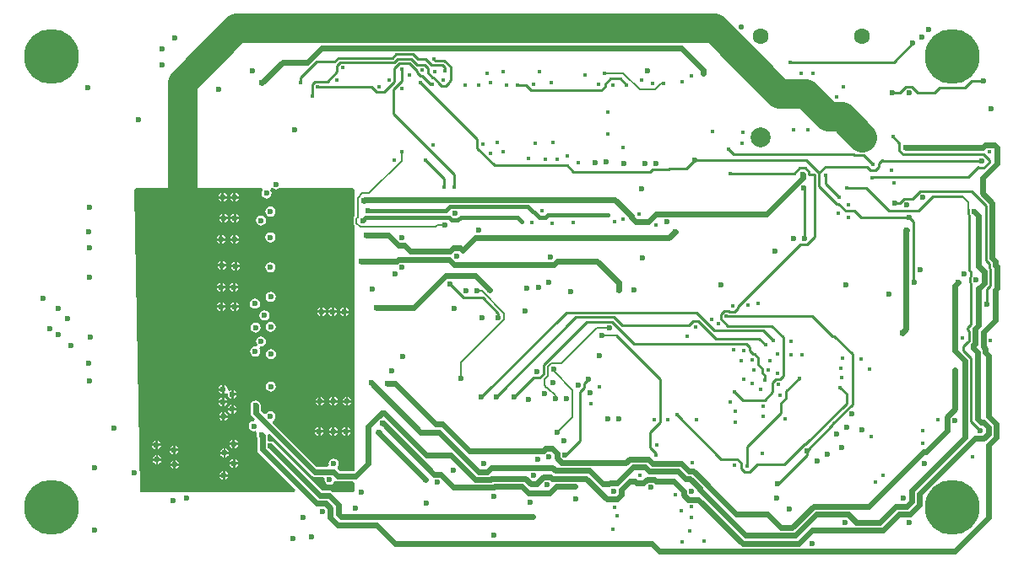
<source format=gbr>
G04 Layer_Physical_Order=2*
G04 Layer_Color=36540*
%FSLAX44Y44*%
%MOMM*%
%TF.FileFunction,Copper,L2,Inr,Signal*%
%TF.Part,Single*%
G01*
G75*
%TA.AperFunction,Conductor*%
%ADD32C,0.2500*%
%ADD33C,0.4000*%
%ADD34C,0.2000*%
%ADD35C,0.6000*%
%TA.AperFunction,ComponentPad*%
%ADD36C,2.0000*%
%ADD37C,1.6000*%
%TA.AperFunction,ViaPad*%
%ADD38C,5.5000*%
%ADD39C,0.4500*%
%ADD40C,0.6000*%
%ADD41C,0.5400*%
%TA.AperFunction,Conductor*%
%ADD42C,3.0000*%
G36*
X559832Y332895D02*
X561485Y331790D01*
X563436Y331402D01*
X572221D01*
X573606Y329402D01*
X573430Y328516D01*
X573818Y326565D01*
X574923Y324911D01*
X576577Y323806D01*
X578528Y323418D01*
X580479Y323806D01*
X582133Y324911D01*
X582848Y325981D01*
X583494Y326488D01*
X584799Y327104D01*
X585600Y326944D01*
X586388Y326729D01*
X589904Y326479D01*
X590086Y326502D01*
X590266Y326466D01*
X599298D01*
X599413Y326489D01*
X599529Y326471D01*
X601804Y326574D01*
X603250Y325192D01*
Y316664D01*
X602250Y316250D01*
X581515D01*
X580078Y317210D01*
X578127Y317598D01*
X570862D01*
X522855Y365605D01*
X521201Y366710D01*
X519250Y367098D01*
X518348Y366918D01*
X516348Y368297D01*
Y372686D01*
X516133Y373765D01*
X517977Y374750D01*
X559832Y332895D01*
D02*
G37*
G36*
X603250Y620000D02*
Y592894D01*
X602924Y592406D01*
X602691Y591235D01*
X602691Y591235D01*
Y586265D01*
X602691Y586265D01*
X602924Y585094D01*
X603250Y584606D01*
Y337460D01*
X602607Y336817D01*
X599182Y336662D01*
X590447D01*
X589009Y336764D01*
X586913Y338861D01*
X586383Y340912D01*
X587488Y342566D01*
X587876Y344517D01*
X587488Y346468D01*
X586383Y348122D01*
X584729Y349227D01*
X582778Y349615D01*
X580827Y349227D01*
X579174Y348122D01*
X578069Y346468D01*
X577681Y344517D01*
X577860Y343614D01*
X576482Y341614D01*
X575215D01*
X575134Y341598D01*
X565548D01*
X521650Y385495D01*
X522090Y387884D01*
X522855Y388395D01*
X523960Y390049D01*
X524348Y392000D01*
X523960Y393951D01*
X522855Y395605D01*
X521201Y396710D01*
X519250Y397098D01*
X517299Y396710D01*
X515645Y395605D01*
X515134Y394840D01*
X512746Y394400D01*
X509348Y397798D01*
Y403000D01*
X508960Y404951D01*
X507855Y406605D01*
X506201Y407710D01*
X504250Y408098D01*
X502299Y407710D01*
X500645Y406605D01*
X499540Y404951D01*
X499152Y403000D01*
Y395686D01*
X499540Y393735D01*
X500645Y392081D01*
X503548Y389179D01*
X502563Y387336D01*
X502500Y387348D01*
X500549Y386960D01*
X498895Y385855D01*
X497790Y384201D01*
X497402Y382250D01*
X497790Y380299D01*
X498895Y378645D01*
X500549Y377540D01*
X502500Y377152D01*
X504277Y377505D01*
X504750Y377125D01*
X505620Y375916D01*
X505476Y375701D01*
X505088Y373750D01*
X505476Y371799D01*
X506152Y370788D01*
Y358686D01*
X506540Y356735D01*
X507645Y355081D01*
X544629Y318098D01*
X543864Y316250D01*
X389000D01*
X382750Y619500D01*
X384500Y621250D01*
X510772D01*
X511251Y620548D01*
X511658Y619250D01*
X510790Y617951D01*
X510402Y616000D01*
X510790Y614049D01*
X511895Y612395D01*
X513549Y611290D01*
X515500Y610902D01*
X517451Y611290D01*
X519105Y612395D01*
X520210Y614049D01*
X520598Y616000D01*
X520210Y617951D01*
X519342Y619250D01*
X519748Y620548D01*
X520228Y621250D01*
X521737D01*
X522799Y620540D01*
X524750Y620152D01*
X526701Y620540D01*
X527763Y621250D01*
X602000D01*
X603250Y620000D01*
D02*
G37*
%LPC*%
G36*
X473250Y396339D02*
Y393250D01*
X476339D01*
X476239Y393756D01*
X475244Y395244D01*
X473756Y396239D01*
X473250Y396339D01*
D02*
G37*
G36*
X479750Y398000D02*
X476660D01*
X476761Y397494D01*
X477756Y396006D01*
X479244Y395011D01*
X479750Y394911D01*
Y398000D01*
D02*
G37*
G36*
X476339Y390750D02*
X473250D01*
Y387660D01*
X473756Y387761D01*
X475244Y388756D01*
X476239Y390244D01*
X476339Y390750D01*
D02*
G37*
G36*
X470750Y396339D02*
X470244Y396239D01*
X468756Y395244D01*
X467761Y393756D01*
X467660Y393250D01*
X470750D01*
Y396339D01*
D02*
G37*
G36*
X485340Y398000D02*
X482250D01*
Y394911D01*
X482756Y395011D01*
X484244Y396006D01*
X485239Y397494D01*
X485340Y398000D01*
D02*
G37*
G36*
X470500Y405500D02*
X467411D01*
X467511Y404994D01*
X468506Y403506D01*
X469994Y402511D01*
X470500Y402411D01*
Y405500D01*
D02*
G37*
G36*
X476090D02*
X473000D01*
Y402411D01*
X473506Y402511D01*
X474994Y403506D01*
X475989Y404994D01*
X476090Y405500D01*
D02*
G37*
G36*
X479750Y403590D02*
X479244Y403489D01*
X477756Y402494D01*
X476761Y401006D01*
X476660Y400500D01*
X479750D01*
Y403590D01*
D02*
G37*
G36*
X482250D02*
Y400500D01*
X485340D01*
X485239Y401006D01*
X484244Y402494D01*
X482756Y403489D01*
X482250Y403590D01*
D02*
G37*
G36*
X581000Y381090D02*
X580494Y380989D01*
X579006Y379994D01*
X578011Y378506D01*
X577910Y378000D01*
X581000D01*
Y381090D01*
D02*
G37*
G36*
X583500D02*
Y378000D01*
X586590D01*
X586489Y378506D01*
X585494Y379994D01*
X584006Y380989D01*
X583500Y381090D01*
D02*
G37*
G36*
X594000Y375750D02*
X590910D01*
X591011Y375244D01*
X592006Y373756D01*
X593494Y372761D01*
X594000Y372660D01*
Y375750D01*
D02*
G37*
G36*
X599590D02*
X596500D01*
Y372660D01*
X597006Y372761D01*
X598494Y373756D01*
X599489Y375244D01*
X599590Y375750D01*
D02*
G37*
G36*
X567000Y381339D02*
X566494Y381239D01*
X565006Y380244D01*
X564011Y378756D01*
X563910Y378250D01*
X567000D01*
Y381339D01*
D02*
G37*
G36*
X596500D02*
Y378250D01*
X599590D01*
X599489Y378756D01*
X598494Y380244D01*
X597006Y381239D01*
X596500Y381339D01*
D02*
G37*
G36*
X470750Y390750D02*
X467660D01*
X467761Y390244D01*
X468756Y388756D01*
X470244Y387761D01*
X470750Y387660D01*
Y390750D01*
D02*
G37*
G36*
X569500Y381339D02*
Y378250D01*
X572589D01*
X572489Y378756D01*
X571494Y380244D01*
X570006Y381239D01*
X569500Y381339D01*
D02*
G37*
G36*
X594000D02*
X593494Y381239D01*
X592006Y380244D01*
X591011Y378756D01*
X590910Y378250D01*
X594000D01*
Y381339D01*
D02*
G37*
G36*
X597250Y411339D02*
Y408250D01*
X600340D01*
X600239Y408756D01*
X599244Y410244D01*
X597756Y411239D01*
X597250Y411339D01*
D02*
G37*
G36*
X581000Y411590D02*
X580494Y411489D01*
X579006Y410494D01*
X578011Y409006D01*
X577910Y408500D01*
X581000D01*
Y411590D01*
D02*
G37*
G36*
X570000Y411339D02*
Y408250D01*
X573089D01*
X572989Y408756D01*
X571994Y410244D01*
X570506Y411239D01*
X570000Y411339D01*
D02*
G37*
G36*
X594750D02*
X594244Y411239D01*
X592756Y410244D01*
X591761Y408756D01*
X591660Y408250D01*
X594750D01*
Y411339D01*
D02*
G37*
G36*
X583500Y411590D02*
Y408500D01*
X586590D01*
X586489Y409006D01*
X585494Y410494D01*
X584006Y411489D01*
X583500Y411590D01*
D02*
G37*
G36*
X470500Y417750D02*
X467411D01*
X467511Y417244D01*
X468506Y415756D01*
X469994Y414761D01*
X470500Y414660D01*
Y417750D01*
D02*
G37*
G36*
X482250Y418590D02*
Y415500D01*
X485340D01*
X485239Y416006D01*
X484244Y417494D01*
X482756Y418489D01*
X482250Y418590D01*
D02*
G37*
G36*
X473000Y423340D02*
Y419000D01*
Y414660D01*
X473506Y414761D01*
X474623Y415507D01*
X476022Y414889D01*
X476465Y414516D01*
X476412Y414250D01*
X476761Y412494D01*
X477756Y411006D01*
X479244Y410011D01*
X479750Y409911D01*
Y414250D01*
Y418590D01*
X479244Y418489D01*
X478127Y417743D01*
X476727Y418361D01*
X476285Y418734D01*
X476338Y419000D01*
X475989Y420756D01*
X474994Y422244D01*
X473506Y423239D01*
X473000Y423340D01*
D02*
G37*
G36*
X485340Y413000D02*
X482250D01*
Y409911D01*
X482756Y410011D01*
X484244Y411006D01*
X485239Y412494D01*
X485340Y413000D01*
D02*
G37*
G36*
X594750Y405750D02*
X591660D01*
X591761Y405244D01*
X592756Y403756D01*
X594244Y402761D01*
X594750Y402660D01*
Y405750D01*
D02*
G37*
G36*
X600340D02*
X597250D01*
Y402660D01*
X597756Y402761D01*
X599244Y403756D01*
X600239Y405244D01*
X600340Y405750D01*
D02*
G37*
G36*
X567500D02*
X564411D01*
X564511Y405244D01*
X565506Y403756D01*
X566994Y402761D01*
X567500Y402660D01*
Y405750D01*
D02*
G37*
G36*
X573089D02*
X570000D01*
Y402660D01*
X570506Y402761D01*
X571994Y403756D01*
X572989Y405244D01*
X573089Y405750D01*
D02*
G37*
G36*
X581000Y406000D02*
X577910D01*
X578011Y405494D01*
X579006Y404006D01*
X580494Y403011D01*
X581000Y402910D01*
Y406000D01*
D02*
G37*
G36*
X473000Y411090D02*
Y408000D01*
X476090D01*
X475989Y408506D01*
X474994Y409994D01*
X473506Y410989D01*
X473000Y411090D01*
D02*
G37*
G36*
X567500Y411339D02*
X566994Y411239D01*
X565506Y410244D01*
X564511Y408756D01*
X564411Y408250D01*
X567500D01*
Y411339D01*
D02*
G37*
G36*
X586590Y406000D02*
X583500D01*
Y402910D01*
X584006Y403011D01*
X585494Y404006D01*
X586489Y405494D01*
X586590Y406000D01*
D02*
G37*
G36*
X470500Y411090D02*
X469994Y410989D01*
X468506Y409994D01*
X467511Y408506D01*
X467411Y408000D01*
X470500D01*
Y411090D01*
D02*
G37*
G36*
X424250Y347840D02*
Y344750D01*
X427340D01*
X427239Y345256D01*
X426244Y346744D01*
X424756Y347739D01*
X424250Y347840D01*
D02*
G37*
G36*
X481500Y349339D02*
X480994Y349239D01*
X479506Y348244D01*
X478511Y346756D01*
X478410Y346250D01*
X481500D01*
Y349339D01*
D02*
G37*
G36*
X409840Y347250D02*
X406750D01*
Y344160D01*
X407256Y344261D01*
X408744Y345256D01*
X409739Y346744D01*
X409840Y347250D01*
D02*
G37*
G36*
X421750Y347840D02*
X421244Y347739D01*
X419756Y346744D01*
X418761Y345256D01*
X418661Y344750D01*
X421750D01*
Y347840D01*
D02*
G37*
G36*
X484000Y349339D02*
Y346250D01*
X487090D01*
X486989Y346756D01*
X485994Y348244D01*
X484506Y349239D01*
X484000Y349339D01*
D02*
G37*
G36*
X472000Y354000D02*
X468910D01*
X469011Y353494D01*
X470006Y352006D01*
X471494Y351011D01*
X472000Y350910D01*
Y354000D01*
D02*
G37*
G36*
X477589D02*
X474500D01*
Y350910D01*
X475006Y351011D01*
X476494Y352006D01*
X477489Y353494D01*
X477589Y354000D01*
D02*
G37*
G36*
X404250Y352840D02*
X403744Y352739D01*
X402256Y351744D01*
X401261Y350256D01*
X401161Y349750D01*
X404250D01*
Y352840D01*
D02*
G37*
G36*
X406750D02*
Y349750D01*
X409840D01*
X409739Y350256D01*
X408744Y351744D01*
X407256Y352739D01*
X406750Y352840D01*
D02*
G37*
G36*
X471500Y337090D02*
X470994Y336989D01*
X469506Y335994D01*
X468511Y334506D01*
X468410Y334000D01*
X471500D01*
Y337090D01*
D02*
G37*
G36*
X474000D02*
Y334000D01*
X477090D01*
X476989Y334506D01*
X475994Y335994D01*
X474506Y336989D01*
X474000Y337090D01*
D02*
G37*
G36*
X471500Y331500D02*
X468410D01*
X468511Y330994D01*
X469506Y329506D01*
X470994Y328511D01*
X471500Y328410D01*
Y331500D01*
D02*
G37*
G36*
X477090D02*
X474000D01*
Y328410D01*
X474506Y328511D01*
X475994Y329506D01*
X476989Y330994D01*
X477090Y331500D01*
D02*
G37*
G36*
X421750Y342250D02*
X418661D01*
X418761Y341744D01*
X419756Y340256D01*
X421244Y339261D01*
X421750Y339160D01*
Y342250D01*
D02*
G37*
G36*
X487090Y343750D02*
X484000D01*
Y340661D01*
X484506Y340761D01*
X485994Y341756D01*
X486989Y343244D01*
X487090Y343750D01*
D02*
G37*
G36*
X404250Y347250D02*
X401161D01*
X401261Y346744D01*
X402256Y345256D01*
X403744Y344261D01*
X404250Y344160D01*
Y347250D01*
D02*
G37*
G36*
X427340Y342250D02*
X424250D01*
Y339160D01*
X424756Y339261D01*
X426244Y340256D01*
X427239Y341744D01*
X427340Y342250D01*
D02*
G37*
G36*
X481500Y343750D02*
X478410D01*
X478511Y343244D01*
X479506Y341756D01*
X480994Y340761D01*
X481500Y340661D01*
Y343750D01*
D02*
G37*
G36*
X406250Y367840D02*
Y364750D01*
X409339D01*
X409239Y365256D01*
X408244Y366744D01*
X406756Y367739D01*
X406250Y367840D01*
D02*
G37*
G36*
X481250Y368590D02*
X480744Y368489D01*
X479256Y367494D01*
X478261Y366006D01*
X478161Y365500D01*
X481250D01*
Y368590D01*
D02*
G37*
G36*
X486839Y363000D02*
X483750D01*
Y359911D01*
X484256Y360011D01*
X485744Y361006D01*
X486739Y362494D01*
X486839Y363000D01*
D02*
G37*
G36*
X403750Y367840D02*
X403244Y367739D01*
X401756Y366744D01*
X400761Y365256D01*
X400661Y364750D01*
X403750D01*
Y367840D01*
D02*
G37*
G36*
X483750Y368590D02*
Y365500D01*
X486839D01*
X486739Y366006D01*
X485744Y367494D01*
X484256Y368489D01*
X483750Y368590D01*
D02*
G37*
G36*
X567000Y375750D02*
X563910D01*
X564011Y375244D01*
X565006Y373756D01*
X566494Y372761D01*
X567000Y372660D01*
Y375750D01*
D02*
G37*
G36*
X572589D02*
X569500D01*
Y372660D01*
X570006Y372761D01*
X571494Y373756D01*
X572489Y375244D01*
X572589Y375750D01*
D02*
G37*
G36*
X581000Y375500D02*
X577910D01*
X578011Y374994D01*
X579006Y373506D01*
X580494Y372511D01*
X581000Y372411D01*
Y375500D01*
D02*
G37*
G36*
X586590D02*
X583500D01*
Y372411D01*
X584006Y372511D01*
X585494Y373506D01*
X586489Y374994D01*
X586590Y375500D01*
D02*
G37*
G36*
X472000Y359590D02*
X471494Y359489D01*
X470006Y358494D01*
X469011Y357006D01*
X468910Y356500D01*
X472000D01*
Y359590D01*
D02*
G37*
G36*
X474500D02*
Y356500D01*
X477589D01*
X477489Y357006D01*
X476494Y358494D01*
X475006Y359489D01*
X474500Y359590D01*
D02*
G37*
G36*
X421500Y357000D02*
X418410D01*
X418511Y356494D01*
X419506Y355006D01*
X420994Y354011D01*
X421500Y353910D01*
Y357000D01*
D02*
G37*
G36*
X427090D02*
X424000D01*
Y353910D01*
X424506Y354011D01*
X425994Y355006D01*
X426989Y356494D01*
X427090Y357000D01*
D02*
G37*
G36*
X403750Y362250D02*
X400661D01*
X400761Y361744D01*
X401756Y360256D01*
X403244Y359261D01*
X403750Y359160D01*
Y362250D01*
D02*
G37*
G36*
X424000Y362589D02*
Y359500D01*
X427090D01*
X426989Y360006D01*
X425994Y361494D01*
X424506Y362489D01*
X424000Y362589D01*
D02*
G37*
G36*
X481250Y363000D02*
X478161D01*
X478261Y362494D01*
X479256Y361006D01*
X480744Y360011D01*
X481250Y359911D01*
Y363000D01*
D02*
G37*
G36*
X409339Y362250D02*
X406250D01*
Y359160D01*
X406756Y359261D01*
X408244Y360256D01*
X409239Y361744D01*
X409339Y362250D01*
D02*
G37*
G36*
X421500Y362589D02*
X420994Y362489D01*
X419506Y361494D01*
X418511Y360006D01*
X418410Y359500D01*
X421500D01*
Y362589D01*
D02*
G37*
G36*
X482000Y568500D02*
X478910D01*
X479011Y567994D01*
X480006Y566506D01*
X481494Y565511D01*
X482000Y565410D01*
Y568500D01*
D02*
G37*
G36*
X487589D02*
X484500D01*
Y565410D01*
X485006Y565511D01*
X486494Y566506D01*
X487489Y567994D01*
X487589Y568500D01*
D02*
G37*
G36*
X468500D02*
X465410D01*
X465511Y567994D01*
X466506Y566506D01*
X467994Y565511D01*
X468500Y565410D01*
Y568500D01*
D02*
G37*
G36*
X474090D02*
X471000D01*
Y565410D01*
X471506Y565511D01*
X472994Y566506D01*
X473989Y567994D01*
X474090Y568500D01*
D02*
G37*
G36*
X519250Y576848D02*
X517299Y576460D01*
X515645Y575355D01*
X514540Y573701D01*
X514152Y571750D01*
X514540Y569799D01*
X515645Y568145D01*
X517299Y567040D01*
X519250Y566652D01*
X521201Y567040D01*
X522855Y568145D01*
X523960Y569799D01*
X524348Y571750D01*
X523960Y573701D01*
X522855Y575355D01*
X521201Y576460D01*
X519250Y576848D01*
D02*
G37*
G36*
X482000Y574090D02*
X481494Y573989D01*
X480006Y572994D01*
X479011Y571506D01*
X478910Y571000D01*
X482000D01*
Y574090D01*
D02*
G37*
G36*
X484500D02*
Y571000D01*
X487589D01*
X487489Y571506D01*
X486494Y572994D01*
X485006Y573989D01*
X484500Y574090D01*
D02*
G37*
G36*
X468500D02*
X467994Y573989D01*
X466506Y572994D01*
X465511Y571506D01*
X465410Y571000D01*
X468500D01*
Y574090D01*
D02*
G37*
G36*
X471000D02*
Y571000D01*
X474090D01*
X473989Y571506D01*
X472994Y572994D01*
X471506Y573989D01*
X471000Y574090D01*
D02*
G37*
G36*
X488839Y541750D02*
X485750D01*
Y538661D01*
X486256Y538761D01*
X487744Y539756D01*
X488739Y541244D01*
X488839Y541750D01*
D02*
G37*
G36*
X469250Y542500D02*
X466161D01*
X466261Y541994D01*
X467256Y540506D01*
X468744Y539511D01*
X469250Y539411D01*
Y542500D01*
D02*
G37*
G36*
X519250Y546848D02*
X517299Y546460D01*
X515645Y545355D01*
X514540Y543701D01*
X514152Y541750D01*
X514540Y539799D01*
X515645Y538145D01*
X517299Y537040D01*
X519250Y536652D01*
X521201Y537040D01*
X522855Y538145D01*
X523960Y539799D01*
X524348Y541750D01*
X523960Y543701D01*
X522855Y545355D01*
X521201Y546460D01*
X519250Y546848D01*
D02*
G37*
G36*
X483250Y541750D02*
X480160D01*
X480261Y541244D01*
X481256Y539756D01*
X482744Y538761D01*
X483250Y538661D01*
Y541750D01*
D02*
G37*
G36*
X474840Y542500D02*
X471750D01*
Y539411D01*
X472256Y539511D01*
X473744Y540506D01*
X474739Y541994D01*
X474840Y542500D01*
D02*
G37*
G36*
X469250Y548089D02*
X468744Y547989D01*
X467256Y546994D01*
X466261Y545506D01*
X466161Y545000D01*
X469250D01*
Y548089D01*
D02*
G37*
G36*
X471750D02*
Y545000D01*
X474840D01*
X474739Y545506D01*
X473744Y546994D01*
X472256Y547989D01*
X471750Y548089D01*
D02*
G37*
G36*
X483250Y547340D02*
X482744Y547239D01*
X481256Y546244D01*
X480261Y544756D01*
X480160Y544250D01*
X483250D01*
Y547340D01*
D02*
G37*
G36*
X485750D02*
Y544250D01*
X488839D01*
X488739Y544756D01*
X487744Y546244D01*
X486256Y547239D01*
X485750Y547340D01*
D02*
G37*
G36*
X475840Y610750D02*
X472750D01*
Y607660D01*
X473256Y607761D01*
X474744Y608756D01*
X475739Y610244D01*
X475840Y610750D01*
D02*
G37*
G36*
X482000D02*
X478910D01*
X479011Y610244D01*
X480006Y608756D01*
X481494Y607761D01*
X482000Y607660D01*
Y610750D01*
D02*
G37*
G36*
X519250Y602848D02*
X517299Y602460D01*
X515645Y601355D01*
X514540Y599701D01*
X514152Y597750D01*
X514540Y595799D01*
X515645Y594145D01*
X517299Y593040D01*
X519250Y592652D01*
X521201Y593040D01*
X522855Y594145D01*
X523960Y595799D01*
X524348Y597750D01*
X523960Y599701D01*
X522855Y601355D01*
X521201Y602460D01*
X519250Y602848D01*
D02*
G37*
G36*
X470250Y610750D02*
X467160D01*
X467261Y610244D01*
X468256Y608756D01*
X469744Y607761D01*
X470250Y607660D01*
Y610750D01*
D02*
G37*
G36*
X487589D02*
X484500D01*
Y607660D01*
X485006Y607761D01*
X486494Y608756D01*
X487489Y610244D01*
X487589Y610750D01*
D02*
G37*
G36*
X482000Y616339D02*
X481494Y616239D01*
X480006Y615244D01*
X479011Y613756D01*
X478910Y613250D01*
X482000D01*
Y616339D01*
D02*
G37*
G36*
X484500D02*
Y613250D01*
X487589D01*
X487489Y613756D01*
X486494Y615244D01*
X485006Y616239D01*
X484500Y616339D01*
D02*
G37*
G36*
X470250D02*
X469744Y616239D01*
X468256Y615244D01*
X467261Y613756D01*
X467160Y613250D01*
X470250D01*
Y616339D01*
D02*
G37*
G36*
X472750D02*
Y613250D01*
X475840D01*
X475739Y613756D01*
X474744Y615244D01*
X473256Y616239D01*
X472750Y616339D01*
D02*
G37*
G36*
X476590Y590000D02*
X473500D01*
Y586911D01*
X474006Y587011D01*
X475494Y588006D01*
X476489Y589494D01*
X476590Y590000D01*
D02*
G37*
G36*
X482250D02*
X479160D01*
X479261Y589494D01*
X480256Y588006D01*
X481744Y587011D01*
X482250Y586911D01*
Y590000D01*
D02*
G37*
G36*
X509750Y593848D02*
X507799Y593460D01*
X506145Y592355D01*
X505040Y590701D01*
X504652Y588750D01*
X505040Y586799D01*
X506145Y585145D01*
X507799Y584040D01*
X509750Y583652D01*
X511701Y584040D01*
X513355Y585145D01*
X514460Y586799D01*
X514848Y588750D01*
X514460Y590701D01*
X513355Y592355D01*
X511701Y593460D01*
X509750Y593848D01*
D02*
G37*
G36*
X471000Y590000D02*
X467910D01*
X468011Y589494D01*
X469006Y588006D01*
X470494Y587011D01*
X471000Y586911D01*
Y590000D01*
D02*
G37*
G36*
X487840D02*
X484750D01*
Y586911D01*
X485256Y587011D01*
X486744Y588006D01*
X487739Y589494D01*
X487840Y590000D01*
D02*
G37*
G36*
X482250Y595589D02*
X481744Y595489D01*
X480256Y594494D01*
X479261Y593006D01*
X479160Y592500D01*
X482250D01*
Y595589D01*
D02*
G37*
G36*
X484750D02*
Y592500D01*
X487840D01*
X487739Y593006D01*
X486744Y594494D01*
X485256Y595489D01*
X484750Y595589D01*
D02*
G37*
G36*
X471000D02*
X470494Y595489D01*
X469006Y594494D01*
X468011Y593006D01*
X467910Y592500D01*
X471000D01*
Y595589D01*
D02*
G37*
G36*
X473500D02*
Y592500D01*
X476590D01*
X476489Y593006D01*
X475494Y594494D01*
X474006Y595489D01*
X473500Y595589D01*
D02*
G37*
G36*
X484000Y526339D02*
Y523250D01*
X487090D01*
X486989Y523756D01*
X485994Y525244D01*
X484506Y526239D01*
X484000Y526339D01*
D02*
G37*
G36*
X580500Y496000D02*
X577411D01*
X577511Y495494D01*
X578506Y494006D01*
X579994Y493011D01*
X580500Y492910D01*
Y496000D01*
D02*
G37*
G36*
X586090D02*
X583000D01*
Y492910D01*
X583506Y493011D01*
X584994Y494006D01*
X585989Y495494D01*
X586090Y496000D01*
D02*
G37*
G36*
X569250D02*
X566161D01*
X566261Y495494D01*
X567256Y494006D01*
X568744Y493011D01*
X569250Y492910D01*
Y496000D01*
D02*
G37*
G36*
X574840D02*
X571750D01*
Y492910D01*
X572256Y493011D01*
X573744Y494006D01*
X574739Y495494D01*
X574840Y496000D01*
D02*
G37*
G36*
X468750Y501250D02*
X465661D01*
X465761Y500744D01*
X466756Y499256D01*
X468244Y498261D01*
X468750Y498161D01*
Y501250D01*
D02*
G37*
G36*
X487840D02*
X484750D01*
Y498161D01*
X485256Y498261D01*
X486744Y499256D01*
X487739Y500744D01*
X487840Y501250D01*
D02*
G37*
G36*
X592500Y501339D02*
X591994Y501239D01*
X590506Y500244D01*
X589511Y498756D01*
X589411Y498250D01*
X592500D01*
Y501339D01*
D02*
G37*
G36*
X474339Y501250D02*
X471250D01*
Y498161D01*
X471756Y498261D01*
X473244Y499256D01*
X474239Y500744D01*
X474339Y501250D01*
D02*
G37*
G36*
X482250D02*
X479160D01*
X479261Y500744D01*
X480256Y499256D01*
X481744Y498261D01*
X482250Y498161D01*
Y501250D01*
D02*
G37*
G36*
X519775Y459620D02*
X517825Y459232D01*
X516171Y458127D01*
X515065Y456473D01*
X514677Y454522D01*
X515065Y452571D01*
X516171Y450917D01*
X517825Y449812D01*
X519775Y449424D01*
X521726Y449812D01*
X523380Y450917D01*
X524485Y452571D01*
X524873Y454522D01*
X524485Y456473D01*
X523380Y458127D01*
X521726Y459232D01*
X519775Y459620D01*
D02*
G37*
G36*
X509750Y472348D02*
X507799Y471960D01*
X506145Y470855D01*
X505040Y469201D01*
X504652Y467250D01*
X505040Y465299D01*
X505902Y464009D01*
X505304Y462637D01*
X504911Y462167D01*
X504000Y462348D01*
X502049Y461960D01*
X500395Y460855D01*
X499290Y459201D01*
X498902Y457250D01*
X499290Y455299D01*
X500395Y453645D01*
X502049Y452540D01*
X504000Y452152D01*
X505951Y452540D01*
X507605Y453645D01*
X508710Y455299D01*
X509098Y457250D01*
X508710Y459201D01*
X507848Y460491D01*
X508446Y461863D01*
X508839Y462333D01*
X509750Y462152D01*
X511701Y462540D01*
X513355Y463645D01*
X514460Y465299D01*
X514848Y467250D01*
X514460Y469201D01*
X513355Y470855D01*
X511701Y471960D01*
X509750Y472348D01*
D02*
G37*
G36*
X519750Y427098D02*
X517799Y426710D01*
X516145Y425605D01*
X515040Y423951D01*
X514652Y422000D01*
X515040Y420049D01*
X516145Y418395D01*
X517799Y417290D01*
X519750Y416902D01*
X521701Y417290D01*
X523355Y418395D01*
X524460Y420049D01*
X524848Y422000D01*
X524460Y423951D01*
X523355Y425605D01*
X521701Y426710D01*
X519750Y427098D01*
D02*
G37*
G36*
X470500Y423340D02*
X469994Y423239D01*
X468506Y422244D01*
X467511Y420756D01*
X467411Y420250D01*
X470500D01*
Y423340D01*
D02*
G37*
G36*
X504500Y486348D02*
X502549Y485960D01*
X500895Y484855D01*
X499790Y483201D01*
X499402Y481250D01*
X499790Y479299D01*
X500895Y477645D01*
X502549Y476540D01*
X504500Y476152D01*
X506451Y476540D01*
X508105Y477645D01*
X509210Y479299D01*
X509598Y481250D01*
X509210Y483201D01*
X508105Y484855D01*
X506451Y485960D01*
X504500Y486348D01*
D02*
G37*
G36*
X592500Y495750D02*
X589411D01*
X589511Y495244D01*
X590506Y493756D01*
X591994Y492761D01*
X592500Y492660D01*
Y495750D01*
D02*
G37*
G36*
X598089D02*
X595000D01*
Y492660D01*
X595506Y492761D01*
X596994Y493756D01*
X597989Y495244D01*
X598089Y495750D01*
D02*
G37*
G36*
X519500Y487098D02*
X517549Y486710D01*
X515895Y485605D01*
X514790Y483951D01*
X514402Y482000D01*
X514790Y480049D01*
X515895Y478395D01*
X517549Y477290D01*
X519500Y476902D01*
X521451Y477290D01*
X523105Y478395D01*
X524210Y480049D01*
X524598Y482000D01*
X524210Y483951D01*
X523105Y485605D01*
X521451Y486710D01*
X519500Y487098D01*
D02*
G37*
G36*
X513250Y498348D02*
X511299Y497960D01*
X509645Y496855D01*
X508540Y495201D01*
X508152Y493250D01*
X508540Y491299D01*
X509645Y489645D01*
X511299Y488540D01*
X513250Y488152D01*
X515201Y488540D01*
X516855Y489645D01*
X517960Y491299D01*
X518348Y493250D01*
X517960Y495201D01*
X516855Y496855D01*
X515201Y497960D01*
X513250Y498348D01*
D02*
G37*
G36*
X468750Y520750D02*
X465661D01*
X465761Y520244D01*
X466756Y518756D01*
X468244Y517761D01*
X468750Y517660D01*
Y520750D01*
D02*
G37*
G36*
X474339D02*
X471250D01*
Y517660D01*
X471756Y517761D01*
X473244Y518756D01*
X474239Y520244D01*
X474339Y520750D01*
D02*
G37*
G36*
X484750Y506839D02*
Y503750D01*
X487840D01*
X487739Y504256D01*
X486744Y505744D01*
X485256Y506739D01*
X484750Y506839D01*
D02*
G37*
G36*
X519500Y517098D02*
X517549Y516710D01*
X515895Y515605D01*
X514790Y513951D01*
X514402Y512000D01*
X514790Y510049D01*
X515895Y508395D01*
X517549Y507290D01*
X519500Y506902D01*
X521451Y507290D01*
X523105Y508395D01*
X524210Y510049D01*
X524598Y512000D01*
X524210Y513951D01*
X523105Y515605D01*
X521451Y516710D01*
X519500Y517098D01*
D02*
G37*
G36*
X481500Y520750D02*
X478410D01*
X478511Y520244D01*
X479506Y518756D01*
X480994Y517761D01*
X481500Y517660D01*
Y520750D01*
D02*
G37*
G36*
X471250Y526339D02*
Y523250D01*
X474339D01*
X474239Y523756D01*
X473244Y525244D01*
X471756Y526239D01*
X471250Y526339D01*
D02*
G37*
G36*
X481500D02*
X480994Y526239D01*
X479506Y525244D01*
X478511Y523756D01*
X478410Y523250D01*
X481500D01*
Y526339D01*
D02*
G37*
G36*
X487090Y520750D02*
X484000D01*
Y517660D01*
X484506Y517761D01*
X485994Y518756D01*
X486989Y520244D01*
X487090Y520750D01*
D02*
G37*
G36*
X468750Y526339D02*
X468244Y526239D01*
X466756Y525244D01*
X465761Y523756D01*
X465661Y523250D01*
X468750D01*
Y526339D01*
D02*
G37*
G36*
X571750Y501590D02*
Y498500D01*
X574840D01*
X574739Y499006D01*
X573744Y500494D01*
X572256Y501489D01*
X571750Y501590D01*
D02*
G37*
G36*
X580500D02*
X579994Y501489D01*
X578506Y500494D01*
X577511Y499006D01*
X577411Y498500D01*
X580500D01*
Y501590D01*
D02*
G37*
G36*
X595000Y501339D02*
Y498250D01*
X598089D01*
X597989Y498756D01*
X596994Y500244D01*
X595506Y501239D01*
X595000Y501339D01*
D02*
G37*
G36*
X569250Y501590D02*
X568744Y501489D01*
X567256Y500494D01*
X566261Y499006D01*
X566161Y498500D01*
X569250D01*
Y501590D01*
D02*
G37*
G36*
X583000D02*
Y498500D01*
X586090D01*
X585989Y499006D01*
X584994Y500494D01*
X583506Y501489D01*
X583000Y501590D01*
D02*
G37*
G36*
X471250Y506839D02*
Y503750D01*
X474339D01*
X474239Y504256D01*
X473244Y505744D01*
X471756Y506739D01*
X471250Y506839D01*
D02*
G37*
G36*
X482250D02*
X481744Y506739D01*
X480256Y505744D01*
X479261Y504256D01*
X479160Y503750D01*
X482250D01*
Y506839D01*
D02*
G37*
G36*
X503750Y510348D02*
X501799Y509960D01*
X500145Y508855D01*
X499040Y507201D01*
X498652Y505250D01*
X499040Y503299D01*
X500145Y501645D01*
X501799Y500540D01*
X503750Y500152D01*
X505701Y500540D01*
X507355Y501645D01*
X508460Y503299D01*
X508848Y505250D01*
X508460Y507201D01*
X507355Y508855D01*
X505701Y509960D01*
X503750Y510348D01*
D02*
G37*
G36*
X468750Y506839D02*
X468244Y506739D01*
X466756Y505744D01*
X465761Y504256D01*
X465661Y503750D01*
X468750D01*
Y506839D01*
D02*
G37*
%LPD*%
D32*
X564222Y728500D02*
X576250D01*
X586250Y738500D01*
Y744528D01*
X589472Y747750D01*
X643358D01*
X646858Y751250D01*
X660464D01*
X666428Y745286D01*
X587608Y752250D02*
X641494D01*
X644994Y755750D01*
X583697Y748339D02*
X587608Y752250D01*
X565589Y748339D02*
X583697D01*
X666828Y751250D02*
X674461D01*
X662328Y755750D02*
X666828Y751250D01*
X644994Y755750D02*
X662328D01*
X643531Y728008D02*
Y741559D01*
X633274Y717750D02*
X643531Y728008D01*
X642500Y720612D02*
X651000Y729112D01*
X642500Y695661D02*
Y720612D01*
X625972Y717750D02*
X633274D01*
X651000Y729112D02*
Y741250D01*
X658600Y746750D02*
X666283Y739068D01*
X648722Y746750D02*
X658600D01*
X643531Y741559D02*
X648722Y746750D01*
X549500Y732250D02*
X565589Y748339D01*
X674461Y751250D02*
X680961Y744750D01*
X666428Y745286D02*
X674061D01*
X677283Y742064D01*
Y737258D02*
Y742064D01*
Y737258D02*
X681755Y732786D01*
X682561D01*
X687283Y728064D01*
Y727258D02*
Y728064D01*
Y727258D02*
X690506Y724036D01*
X690964D01*
X691250Y723750D01*
X694312Y724036D02*
X695062D01*
X698284Y727257D01*
Y728008D01*
X700000Y729724D01*
X680961Y744750D02*
X685589D01*
X691250Y723750D02*
X691536Y724036D01*
X694312D01*
X700000Y729724D02*
Y743364D01*
X693703Y749661D02*
X700000Y743364D01*
X684339Y749661D02*
X693703D01*
X683000Y751000D02*
X684339Y749661D01*
X669283Y727286D02*
X726286Y670282D01*
X666283Y737508D02*
X669505Y734286D01*
X666283Y737508D02*
Y739068D01*
X669505Y734286D02*
X671065D01*
X686000Y745161D02*
X691839D01*
X685589Y744750D02*
X686000Y745161D01*
X691839D02*
X694500Y742500D01*
X561000Y725278D02*
X564222Y728500D01*
X561000Y714250D02*
Y725278D01*
Y714250D02*
X561500Y713750D01*
X620722Y723000D02*
X625972Y717750D01*
X679565Y725785D02*
X681783D01*
X671065Y734286D02*
X679565Y725785D01*
X566500Y723000D02*
X620722D01*
X905500Y352750D02*
Y355161D01*
X900250Y360411D02*
X905500Y355161D01*
X1123055Y632031D02*
X1123774Y632750D01*
X1219250D01*
X1143500Y673250D02*
X1150000Y666750D01*
X1219250Y632750D02*
X1229127Y642626D01*
X1229721Y642032D02*
X1234899D01*
X1229127Y642626D02*
X1229721Y642032D01*
X1234899D02*
X1236399Y643532D01*
X1240060Y647193D02*
Y649532D01*
X1236399Y643532D02*
X1240060Y647193D01*
X1150000Y659161D02*
X1154161Y655000D01*
X1234593D02*
X1240060Y649532D01*
X1154161Y655000D02*
X1234593D01*
X1150000Y659161D02*
Y666750D01*
X993250Y408000D02*
X1014750D01*
X1023000Y416250D01*
Y426278D01*
X1033550Y432743D02*
Y471700D01*
X1022250Y483000D02*
X1033550Y471700D01*
X976548Y492774D02*
X1062726D01*
X974269Y498274D02*
X978826D01*
X979825Y497275D01*
X984826D01*
X988048Y500496D01*
Y501826D01*
X1050750Y564528D01*
X1062726Y492774D02*
X1083000Y472500D01*
X970778Y494783D02*
X974269Y498274D01*
X970778Y490500D02*
Y494783D01*
Y490500D02*
X978278Y483000D01*
X1022250D01*
X964022Y478500D02*
X1013823D01*
X946272Y496250D02*
X964022Y478500D01*
X966408Y469750D02*
X1009572D01*
X884089Y465250D02*
X996089D01*
X948385Y487774D02*
X966408Y469750D01*
X862089Y487250D02*
X884089Y465250D01*
X1030307Y429500D02*
X1033550Y432743D01*
X1026222Y429500D02*
X1030307D01*
X1023000Y426278D02*
X1026222Y429500D01*
X1012250Y435661D02*
X1015500Y432411D01*
X1012250Y435661D02*
Y440500D01*
X1008750Y444000D02*
X1012250Y440500D01*
X1050750Y564528D02*
X1057140D01*
X1036500Y417250D02*
X1049500Y430250D01*
X1036500Y410411D02*
Y417250D01*
X1031250Y405161D02*
X1036500Y410411D01*
X1031250Y395250D02*
Y405161D01*
X997500Y361500D02*
X1031250Y395250D01*
X1083000Y384339D02*
X1102750Y404089D01*
X1083000Y383250D02*
Y384339D01*
X1057250Y357500D02*
X1083000Y383250D01*
X1056047Y363750D02*
X1097250Y404953D01*
Y414573D01*
X985000Y416250D02*
X993250Y408000D01*
X1015500Y428250D02*
Y432411D01*
X1057140Y564528D02*
X1065000Y572388D01*
Y634725D01*
X1084750Y472500D02*
X1102750Y454500D01*
X1083000Y472500D02*
X1084750D01*
X1069500Y623161D02*
X1086911Y605750D01*
X1088911D01*
X1096411Y598250D01*
X1064526Y635199D02*
X1065000Y634725D01*
X1059051Y635199D02*
X1064526D01*
X1059051D02*
Y637870D01*
X1055390Y641531D02*
X1059051Y637870D01*
X1050213Y641531D02*
X1055390D01*
X1044432Y635750D02*
X1050213Y641531D01*
X980250Y635750D02*
X1044432D01*
X979000Y660500D02*
X984000Y655500D01*
X1103941D01*
X1105041Y654400D01*
X1114436D01*
X1123305Y645531D01*
X918339Y639750D02*
X919839Y641250D01*
X936500D01*
X944500Y649250D01*
X1056839D02*
X1069500Y636589D01*
X944500Y649250D02*
X1056839D01*
X1075750Y625750D02*
Y634000D01*
X1075693Y642782D02*
X1117216D01*
X1069500Y636589D02*
X1075693Y642782D01*
X1054161Y621250D02*
X1054551Y620860D01*
X1009572Y469750D02*
X1015550Y463773D01*
X1013823Y478500D02*
X1023800Y468523D01*
X1000250Y457750D02*
Y461089D01*
X996089Y465250D02*
X1000250Y461089D01*
X866364Y473614D02*
X910500Y429477D01*
X1008750Y444000D02*
Y450660D01*
X1004638Y454772D02*
X1008750Y450660D01*
X1003228Y454772D02*
X1004638D01*
X1000250Y457750D02*
X1003228Y454772D01*
X1096411Y598250D02*
X1105250D01*
X1111471Y592029D01*
X1102750Y404089D02*
Y454500D01*
X1069500Y623161D02*
Y636589D01*
X991250Y339661D02*
X994911Y336000D01*
X991250Y339661D02*
Y345154D01*
X997500Y342250D02*
Y361500D01*
X1000089Y336000D02*
X1007839Y343750D01*
X1222000Y387000D02*
Y450284D01*
X1214000Y458284D02*
X1222000Y450284D01*
X1218250Y478902D02*
X1219750Y477402D01*
Y467725D02*
Y477402D01*
X1218339Y466314D02*
X1219750Y467725D01*
X1116970Y621280D02*
X1140000Y598250D01*
X1153250D02*
X1153279Y598279D01*
X1214000Y458284D02*
Y462161D01*
X1218152Y466314D01*
X1218339D01*
X1218250Y480966D02*
X1221500Y484216D01*
X1140000Y598250D02*
X1153250D01*
X1153279Y598279D02*
X1169029D01*
X1097303Y621280D02*
X1116970D01*
X1169029Y598279D02*
X1183568Y612818D01*
X1213000D01*
X1222000Y387000D02*
X1231250Y377750D01*
X1218250Y478902D02*
Y480966D01*
X1220250Y538839D02*
Y594161D01*
X1219000Y595411D02*
X1220250Y594161D01*
X1219000Y595411D02*
Y600589D01*
X1220810Y526437D02*
Y531615D01*
X1221500Y484216D02*
Y525747D01*
X1220810Y526437D02*
X1221500Y525747D01*
X1220250Y538839D02*
X1221500Y537589D01*
X1220810Y531615D02*
X1221500Y532305D01*
Y537589D01*
X1134394Y648282D02*
X1232310D01*
X1132894Y649782D02*
X1134394Y648282D01*
X1145750Y606250D02*
X1150438D01*
X1159557Y592029D02*
X1164250Y587336D01*
X1111471Y592029D02*
X1159557D01*
X1164250Y527500D02*
X1164750Y527000D01*
X1164250Y527500D02*
Y587336D01*
X1222500Y618250D02*
X1237000Y603750D01*
X1075750Y625750D02*
X1089500Y612000D01*
X1163691Y610779D02*
X1171161Y618250D01*
X1154968Y610779D02*
X1163691D01*
X1150438Y606250D02*
X1154968Y610779D01*
X1129555Y646443D02*
X1132894Y649782D01*
X1129555Y642943D02*
Y646443D01*
X1125894Y639282D02*
X1129555Y642943D01*
X1120716Y639282D02*
X1125894D01*
X1117216Y642782D02*
X1120716Y639282D01*
X943207Y487774D02*
X948385D01*
X938707Y483274D02*
X943207Y487774D01*
X872429Y483274D02*
X938707D01*
X863953Y491750D02*
X872429Y483274D01*
X836522Y487250D02*
X862089D01*
X793000Y443728D02*
X836522Y487250D01*
X793000Y439589D02*
Y443728D01*
Y439589D02*
X793000Y439589D01*
Y434411D02*
Y439589D01*
X789339Y430750D02*
X793000Y434411D01*
X783250Y430750D02*
X789339D01*
X764000Y411500D02*
X783250Y430750D01*
X731000Y411250D02*
X816000Y496250D01*
X745750Y411750D02*
X825750Y491750D01*
X863953D01*
X816000Y496250D02*
X946272D01*
X902339Y639750D02*
X918339D01*
X900089Y637500D02*
X902339Y639750D01*
X823339Y637500D02*
X900089D01*
X816839Y644000D02*
X823339Y637500D01*
X694500Y739000D02*
Y742500D01*
X743979Y644000D02*
X816839D01*
X726286Y661694D02*
X743979Y644000D01*
X726286Y661694D02*
Y670282D01*
X780661Y719500D02*
X850845D01*
X870000Y731250D02*
X876500Y724750D01*
X854791Y725630D02*
X860411Y731250D01*
X854791Y723447D02*
Y725630D01*
X850845Y719500D02*
X854791Y723447D01*
X860411Y731250D02*
X870000D01*
X775161Y725000D02*
X780661Y719500D01*
X1007839Y343750D02*
X1034661D01*
X1054661Y363750D01*
X1056047D01*
X1090803Y421020D02*
X1097250Y414573D01*
X994911Y336000D02*
X1000089D01*
X987404Y349000D02*
X991250Y345154D01*
X987404Y349000D02*
X987404D01*
X987387Y349017D02*
X987404Y349000D01*
X971483Y349017D02*
X987387D01*
X926750Y393750D02*
X971483Y349017D01*
X1057250Y353124D02*
Y357500D01*
X1028626Y324500D02*
X1057250Y353124D01*
X910500Y385911D02*
Y429477D01*
X834000Y425480D02*
X838041Y429521D01*
X814540Y352290D02*
X829750Y367500D01*
Y416411D01*
X834000Y420661D01*
X642500Y695661D02*
X703250Y634911D01*
X693000Y622000D02*
Y631065D01*
X675033Y649032D02*
X693000Y631065D01*
X1143250Y717000D02*
X1150911D01*
X1040250Y748000D02*
X1144250D01*
X1240000Y541152D02*
X1241310Y539843D01*
Y523123D02*
Y539843D01*
X1237750Y519563D02*
X1241310Y523123D01*
X1237750Y504250D02*
Y519563D01*
X712661Y511750D02*
X731250D01*
X699636Y524776D02*
X712661Y511750D01*
X699284Y524776D02*
X699636D01*
X814540Y352290D02*
Y353517D01*
X1028000Y324500D02*
X1028626D01*
X1240000Y541152D02*
Y545660D01*
X1237000Y548660D02*
Y603750D01*
X1162089Y723000D02*
X1168089Y717000D01*
X1150911D02*
X1156911Y723000D01*
X1168089Y717000D02*
X1185013D01*
X1156911Y723000D02*
X1162089D01*
X1185013Y717000D02*
X1190513Y722500D01*
X834000Y420661D02*
Y425480D01*
X1171161Y618250D02*
X1222500D01*
X1054551Y570778D02*
Y620860D01*
X732000Y511250D02*
X747536Y495714D01*
X1222487Y729000D02*
X1234000D01*
X1215987Y722500D02*
X1222487Y729000D01*
X1190513Y722500D02*
X1215987D01*
X1144250Y748000D02*
X1163375Y767125D01*
X900250Y360411D02*
Y375661D01*
X910500Y385911D01*
X703250Y622000D02*
Y634911D01*
X747536Y491524D02*
Y495714D01*
X1237000Y548660D02*
X1240000Y545660D01*
X766750Y725000D02*
X775161D01*
X549500Y727500D02*
Y732250D01*
D33*
X614750Y591750D02*
X620149D01*
X611750Y588750D02*
X614750Y591750D01*
X620149D02*
X620649Y592250D01*
X617250Y598750D02*
X695100D01*
X620649Y592250D02*
X698101D01*
X695100Y598750D02*
X699351Y603000D01*
X710399Y592250D02*
X767316D01*
X707150Y589000D02*
X710399Y592250D01*
X701350Y589000D02*
X707150D01*
X698101Y592250D02*
X701350Y589000D01*
X767316Y592250D02*
X771538Y588029D01*
X699351Y603000D02*
X777418D01*
X797159Y594000D02*
X857500D01*
X794688Y591529D02*
X797159Y594000D01*
X788889Y591529D02*
X794688D01*
X777418Y603000D02*
X788889Y591529D01*
D34*
X1213000Y612818D02*
X1219000Y606818D01*
Y600589D02*
Y606818D01*
X846750Y481000D02*
X859500D01*
X866250Y473500D02*
X866364Y473614D01*
X851750Y473500D02*
X866250D01*
X800804Y445521D02*
X805775D01*
X797250Y441968D02*
X800804Y445521D01*
X797250Y432651D02*
Y441968D01*
X805796Y445500D02*
X811250D01*
X805775Y445521D02*
X805796Y445500D01*
X803289Y437711D02*
Y439521D01*
Y437711D02*
X822500Y418500D01*
X794000Y429401D02*
X797250Y432651D01*
X794000Y422985D02*
Y429401D01*
X807250Y376250D02*
X822500Y391500D01*
X796774Y421020D02*
X805000Y412794D01*
Y409750D02*
Y412794D01*
X795965Y421020D02*
X796774D01*
X872735Y737000D02*
X889485Y720250D01*
X857000Y737000D02*
X872735D01*
X855500Y735500D02*
X857000Y737000D01*
X811250Y445500D02*
X846750Y481000D01*
X794000Y422985D02*
X795965Y421020D01*
X822500Y391500D02*
Y418500D01*
X686750Y584500D02*
X694500D01*
X685000Y582750D02*
X686750Y584500D01*
X609265Y582750D02*
X685000D01*
X605750Y586265D02*
X609265Y582750D01*
X605750Y586265D02*
Y591235D01*
X606750Y592235D01*
X611265Y616000D02*
X618235D01*
X651000Y648765D01*
X606750Y592235D02*
Y611485D01*
X611265Y616000D01*
X651000Y648765D02*
Y657750D01*
X710500Y430500D02*
Y446002D01*
X726250Y518000D02*
X731260D01*
X710500Y446002D02*
X753537Y489039D01*
Y495724D01*
X731260Y518000D02*
X753537Y495724D01*
X904985Y720250D02*
X911235Y726500D01*
X889485Y720250D02*
X904985D01*
X911235Y726500D02*
X913500D01*
D35*
X931500Y762000D02*
X953500Y740000D01*
X556411Y748000D02*
X570411Y762000D01*
X931500D01*
X859936Y325000D02*
X866564D01*
X858843Y323907D02*
X859936Y325000D01*
X852907Y323907D02*
X858843D01*
X871250Y318250D02*
X879750Y326750D01*
X871250Y313686D02*
Y318250D01*
X866564Y309000D02*
X871250Y313686D01*
X856500Y309000D02*
X866564D01*
X836000Y329500D02*
X856500Y309000D01*
X1016529Y595529D02*
X1052801Y631801D01*
Y635281D01*
X897936Y587500D02*
X905965Y595529D01*
X1016529D01*
X885936Y587500D02*
X897936D01*
X881250Y592186D02*
X885936Y587500D01*
X881250Y592186D02*
Y593385D01*
X864635Y610000D02*
X881250Y593385D01*
X613750Y610000D02*
X864635D01*
X711875Y558689D02*
X724436Y571250D01*
X919000D01*
X938543Y308515D02*
X948485D01*
X938278Y308250D02*
X938543Y308515D01*
X938186Y308250D02*
X938278D01*
X933500Y312936D02*
X938186Y308250D01*
X949546Y318768D02*
X996064Y272250D01*
X949546Y318768D02*
Y319829D01*
X940125Y329250D02*
X949546Y319829D01*
X935373Y329250D02*
X940125D01*
X927873Y336750D02*
X935373Y329250D01*
X957546Y322831D02*
X986627Y293750D01*
X957546Y322831D02*
Y323143D01*
X943439Y337250D02*
X957546Y323143D01*
X938686Y337250D02*
X943439D01*
X931186Y344750D02*
X938686Y337250D01*
X948485Y308515D02*
X992750Y264250D01*
X933500Y312936D02*
Y316624D01*
X902186Y344750D02*
X931186D01*
X898873Y336750D02*
X927873D01*
X903814Y328750D02*
X905814Y326750D01*
X897186Y328750D02*
X903814D01*
X895186Y326750D02*
X897186Y328750D01*
X1198000Y391314D02*
X1206000Y399314D01*
X1198000Y377897D02*
Y391314D01*
X1206000Y399314D02*
Y439000D01*
X1234000Y462093D02*
Y476564D01*
Y462093D02*
X1234135Y461957D01*
X1224500Y460279D02*
Y463636D01*
Y460279D02*
X1228250Y456529D01*
Y389589D02*
Y456529D01*
X1215750Y370814D02*
Y447695D01*
X1205250Y458195D02*
X1215750Y447695D01*
X1226000Y465136D02*
Y479877D01*
X1224500Y463636D02*
X1226000Y465136D01*
X1234000Y476564D02*
X1246250Y488814D01*
X1205250Y523000D02*
X1208750Y526500D01*
X1205250Y458195D02*
Y523000D01*
X1226000Y479877D02*
X1229500Y483377D01*
X1234135Y461957D02*
X1236250Y459843D01*
Y456186D02*
Y459843D01*
X1234135Y461957D02*
X1234135D01*
X1245033Y664782D02*
X1247750Y662066D01*
Y646044D02*
Y662066D01*
X1236188Y664782D02*
X1245033D01*
X1233156Y661750D02*
X1236188Y664782D01*
X1233500Y631794D02*
X1247750Y646044D01*
X1156250Y661750D02*
X1233156D01*
X1233500Y616089D02*
Y631794D01*
X1156750Y578750D02*
X1157250Y579250D01*
X1156750Y480250D02*
Y578750D01*
X1233500Y616089D02*
X1243250Y606339D01*
Y551249D02*
Y606339D01*
X953500Y736500D02*
Y740000D01*
X1205212Y256250D02*
X1239250Y290288D01*
X1058936Y256250D02*
X1205212D01*
X909564Y256250D02*
X1052505D01*
X901564Y264250D02*
X909564Y256250D01*
X1058436Y256750D02*
X1058936Y256250D01*
X1053005Y256750D02*
X1058436D01*
X1052505Y256250D02*
X1053005Y256750D01*
X992750Y264250D02*
X1049191D01*
X923374Y326750D02*
X933500Y316624D01*
X905814Y326750D02*
X923374D01*
X1049191Y264250D02*
X1062691Y277750D01*
X1092186D01*
X1027786Y283625D02*
X1031161Y280250D01*
X1017661Y293750D02*
X1021036Y290375D01*
Y290375D02*
Y290375D01*
X718377Y357750D02*
X793208D01*
X795225Y359767D02*
X801853D01*
X644064Y425250D02*
X685064Y384250D01*
X793208Y357750D02*
X795225Y359767D01*
X691877Y384250D02*
X718377Y357750D01*
X811226Y345517D02*
X820854D01*
X821083Y345747D01*
X837503D01*
X801853Y359767D02*
X806540Y355080D01*
Y350204D02*
X811226Y345517D01*
X806540Y350204D02*
Y355080D01*
X685064Y384250D02*
X691877D01*
X636750Y425250D02*
X644064D01*
X875749Y345500D02*
X879249Y349000D01*
X897936D02*
X902186Y344750D01*
X986627Y293750D02*
X1017661D01*
X1031161Y280250D02*
X1042564D01*
X1021036Y290375D02*
X1027786Y283625D01*
X1042564Y280250D02*
X1063814Y301500D01*
X1119250D02*
X1174518Y356768D01*
X1063814Y301500D02*
X1119250D01*
X837503Y345747D02*
X837750Y345500D01*
X875749D01*
X879249Y349000D02*
X897936D01*
X1174518Y356768D02*
X1176871D01*
X1198000Y377897D01*
X612750Y609000D02*
X613750Y610000D01*
X504250Y395686D02*
Y403000D01*
X1246250Y543741D02*
X1247560Y542431D01*
Y520535D02*
Y542431D01*
X1246250Y519225D02*
X1247560Y520535D01*
X1246250Y488814D02*
Y519225D01*
X1229500Y542814D02*
X1235060Y537254D01*
Y525712D02*
Y537254D01*
X1230374Y521026D02*
X1235060Y525712D01*
X1229839Y521026D02*
X1230374D01*
X1229500Y520686D02*
X1229839Y521026D01*
X1243250Y551249D02*
X1246250Y548249D01*
Y543741D02*
Y548249D01*
X599298Y331564D02*
X604814Y331814D01*
X586750D02*
X590266Y331564D01*
X616314Y573936D02*
X637750D01*
X615750Y574500D02*
X616314Y573936D01*
X647936Y563750D02*
X653436D01*
X637750Y573936D02*
X647936Y563750D01*
X711875Y558689D02*
X711875D01*
X709314Y561250D02*
X711875Y558689D01*
X702686Y561250D02*
X709314D01*
X699186Y557750D02*
X702686Y561250D01*
X659436Y557750D02*
X699186D01*
X653436Y563750D02*
X659436Y557750D01*
X919000Y571250D02*
X925500Y577750D01*
X868500Y518750D02*
Y526250D01*
X847000Y547750D02*
X868500Y526250D01*
X807064Y547750D02*
X847000D01*
X803564Y544250D02*
X807064Y547750D01*
X703686Y544250D02*
X803564D01*
X698186Y549750D02*
X703686Y544250D01*
X647936Y549750D02*
X698186D01*
X645936Y547750D02*
X647936Y549750D01*
X610250Y547750D02*
X645936D01*
X724561Y533500D02*
X739036Y519025D01*
X695250Y533500D02*
X724561D01*
X663250Y501500D02*
X695250Y533500D01*
X625750Y501500D02*
X663250D01*
X620500Y425500D02*
Y426000D01*
Y425500D02*
X669750Y376250D01*
X688564D01*
X759314Y340314D02*
X759766Y340766D01*
X799603Y315266D02*
X805837Y321500D01*
X771677D02*
X777911Y315266D01*
X759766Y340766D02*
X801663D01*
X804930Y337500D01*
X777911Y315266D02*
X799603D01*
X801616Y329500D02*
X836000D01*
X799850Y331266D02*
X801616Y329500D01*
X788289Y326580D02*
X792975Y331266D01*
X799850D01*
X804930Y337500D02*
X839314D01*
X805837Y321500D02*
X824750D01*
X788289Y325703D02*
Y326580D01*
X786852Y324266D02*
X788289Y325703D01*
X780225Y324266D02*
X786852D01*
X774991Y329500D02*
X780225Y324266D01*
X744210Y321500D02*
X771677D01*
X740896Y329500D02*
X774991D01*
X894623Y341000D02*
X898873Y336750D01*
X882686Y341000D02*
X894623D01*
X996064Y272250D02*
X1045877D01*
X1067127Y293500D01*
X1099064D01*
X1228250Y389589D02*
X1232089Y385750D01*
X1162250Y317314D02*
X1215750Y370814D01*
X1170250Y314000D02*
X1226000Y369750D01*
X1239250Y290288D02*
Y363123D01*
X1226000Y369750D02*
X1234564D01*
X1232089Y385750D02*
X1234564D01*
Y369750D02*
X1239250Y374436D01*
X1234564Y385750D02*
X1239250Y381064D01*
X866625Y324939D02*
Y324939D01*
X866564Y325000D02*
X866625Y324939D01*
X1162250Y306186D02*
Y317314D01*
X1157564Y301500D02*
X1162250Y306186D01*
X1146436Y301500D02*
X1157564D01*
X1130686Y285750D02*
X1146436Y301500D01*
X1133750Y277500D02*
X1149750Y293500D01*
X1170250Y302873D02*
Y314000D01*
X1160877Y293500D02*
X1170250Y302873D01*
X1149750Y293500D02*
X1160877D01*
X1239250Y374436D02*
Y381064D01*
Y392377D02*
Y453186D01*
Y392377D02*
X1247250Y384377D01*
Y371123D02*
Y384377D01*
X1239250Y363123D02*
X1247250Y371123D01*
X1236250Y456186D02*
X1239250Y453186D01*
X1106814Y285750D02*
X1130686D01*
X1099064Y293500D02*
X1106814Y285750D01*
X866625Y324939D02*
X882686Y341000D01*
X839314Y337500D02*
X852907Y323907D01*
X740396Y340314D02*
X759314D01*
X736600Y336517D02*
X740396Y340314D01*
X728297Y336517D02*
X736600D01*
X689847Y333766D02*
X703096Y320517D01*
X700000Y353500D02*
X724983Y328517D01*
X739913D01*
X703096Y320517D02*
X743227D01*
X744210Y321500D01*
X739913Y328517D02*
X740896Y329500D01*
X688564Y376250D02*
X728297Y336517D01*
X675250Y353500D02*
X700000D01*
X668000Y360750D02*
X675250Y353500D01*
X667814Y360750D02*
X668000D01*
X633189Y395375D02*
X667814Y360750D01*
X632250Y385000D02*
X683484Y333766D01*
X627750Y376000D02*
X675000Y328750D01*
X1229500Y483377D02*
Y520686D01*
Y542814D02*
Y593750D01*
X1225250Y598000D02*
X1229500Y593750D01*
X1092436Y277500D02*
X1133750D01*
X1092186Y277750D02*
X1092436Y277500D01*
X894814Y326750D02*
X895186D01*
X893064Y325000D02*
X894814Y326750D01*
X886436Y325000D02*
X893064D01*
X884686Y326750D02*
X886436Y325000D01*
X879750Y326750D02*
X884686D01*
X628750Y393000D02*
X631125Y395375D01*
X633189D01*
X628436Y393000D02*
X628750D01*
X617250Y381814D02*
X628436Y393000D01*
X617250Y344250D02*
Y381814D01*
X604814Y331814D02*
X617250Y344250D01*
X590266Y331564D02*
X599298D01*
X590250Y291000D02*
X782250D01*
X586936Y283000D02*
X625250D01*
X579500Y290436D02*
X586936Y283000D01*
X587500Y293750D02*
X590250Y291000D01*
X511250Y358686D02*
Y372686D01*
Y358686D02*
X565436Y304500D01*
X574814D01*
X579500Y299814D01*
Y290436D02*
Y299814D01*
X587500Y293750D02*
Y303127D01*
X578127Y312500D02*
X587500Y303127D01*
X568750Y312500D02*
X578127D01*
X519250Y362000D02*
X568750Y312500D01*
X625250Y283000D02*
X644000Y264250D01*
X901564D01*
X683484Y333766D02*
X689847D01*
X631750Y385000D02*
X632250D01*
X627750Y376000D02*
X628250D01*
X1152750Y476250D02*
X1156750Y480250D01*
X531250Y748000D02*
X556411D01*
X510500Y727250D02*
X531250Y748000D01*
X510186Y373750D02*
X510250D01*
X510186D02*
X511250Y372686D01*
X504250Y395686D02*
X563436Y336500D01*
X575199D01*
X575215Y336516D01*
X582048D01*
X586750Y331814D01*
D36*
X1112600Y672650D02*
D03*
X1011000D02*
D03*
D37*
X1112600Y774250D02*
D03*
X1011000D02*
D03*
D38*
X1203250Y300250D02*
D03*
Y753250D02*
D03*
X300000Y300250D02*
D03*
X300000Y753250D02*
D03*
D39*
X586000Y729500D02*
D03*
X628250Y723250D02*
D03*
X638031Y730286D02*
D03*
X651000Y741250D02*
D03*
X651032Y721035D02*
D03*
X692784Y729536D02*
D03*
X684033Y738286D02*
D03*
X683000Y751000D02*
D03*
X591750Y742250D02*
D03*
X659032Y735286D02*
D03*
X566500Y723000D02*
D03*
X561500Y713750D02*
D03*
X862542Y279014D02*
D03*
X866542Y292264D02*
D03*
X864750Y301000D02*
D03*
X905500Y352750D02*
D03*
X823250Y587000D02*
D03*
X1123055Y632031D02*
D03*
X1143500Y673250D02*
D03*
X1223750Y351000D02*
D03*
X1027750Y454750D02*
D03*
X976548Y492774D02*
D03*
X982548Y502775D02*
D03*
X998000Y504000D02*
D03*
X968500Y485000D02*
D03*
X961797Y489774D02*
D03*
X1018500Y438250D02*
D03*
X1020050Y448022D02*
D03*
X1052000Y453500D02*
D03*
X994000Y429250D02*
D03*
X1041500Y453750D02*
D03*
X1030250Y413000D02*
D03*
X1011250Y419250D02*
D03*
X1028050Y435021D02*
D03*
X1028500Y424000D02*
D03*
X1015500Y428250D02*
D03*
X1008500Y505750D02*
D03*
X980250Y635750D02*
D03*
X979000Y660500D02*
D03*
X1075750Y634000D02*
D03*
X1015550Y463773D02*
D03*
X994000Y458500D02*
D03*
X1023800Y468523D02*
D03*
X1002750Y425250D02*
D03*
X1002049Y448522D02*
D03*
X1013750Y392000D02*
D03*
X985250Y397250D02*
D03*
X889250Y595500D02*
D03*
X906000Y584250D02*
D03*
X980750Y406500D02*
D03*
X1013750Y402500D02*
D03*
X1099000Y604500D02*
D03*
X1089053Y596279D02*
D03*
X1099250Y591750D02*
D03*
X1004250Y438500D02*
D03*
X1041250Y467000D02*
D03*
X941500Y290250D02*
D03*
X931000Y297500D02*
D03*
X940000Y276750D02*
D03*
X941546Y301265D02*
D03*
X985250Y386250D02*
D03*
X984798Y342767D02*
D03*
X997500Y342250D02*
D03*
X925295Y313515D02*
D03*
X917500Y388500D02*
D03*
X906500Y363000D02*
D03*
X1121750Y371500D02*
D03*
X1188308Y388269D02*
D03*
X1241250Y468500D02*
D03*
X1213250Y470500D02*
D03*
X1097303Y621280D02*
D03*
X1240061Y657532D02*
D03*
X1141806Y639031D02*
D03*
X1144250Y626500D02*
D03*
X1173750Y377500D02*
D03*
X983750Y458750D02*
D03*
X993500Y677750D02*
D03*
X1091089Y440000D02*
D03*
X1092553Y430771D02*
D03*
X1123305Y645531D02*
D03*
X1089500Y612000D02*
D03*
X937046Y472523D02*
D03*
X681783Y725785D02*
D03*
X694500Y739000D02*
D03*
X671783Y739786D02*
D03*
X669283Y727286D02*
D03*
X746750Y667250D02*
D03*
X806750Y650250D02*
D03*
X795250Y650500D02*
D03*
X828290Y646532D02*
D03*
X752287Y738536D02*
D03*
X736500Y737000D02*
D03*
X755787Y725035D02*
D03*
X739786Y727286D02*
D03*
X732536Y665283D02*
D03*
X848541Y726035D02*
D03*
X854250Y736750D02*
D03*
X1087000Y713250D02*
D03*
X876500Y724750D02*
D03*
X834750Y735250D02*
D03*
X863000Y725000D02*
D03*
X941750Y734250D02*
D03*
X953500Y736500D02*
D03*
X945796Y481524D02*
D03*
X1092750Y450500D02*
D03*
X1090803Y421020D02*
D03*
X849250Y421500D02*
D03*
X1111250Y450000D02*
D03*
X1049500Y430250D02*
D03*
X1035800Y389269D02*
D03*
X942000Y345250D02*
D03*
X932000Y265500D02*
D03*
X953750Y267000D02*
D03*
X1206000Y439000D02*
D03*
X682250Y664750D02*
D03*
X651000Y657750D02*
D03*
X643500Y649750D02*
D03*
X1040250Y748000D02*
D03*
X781500Y586750D02*
D03*
X873043Y590279D02*
D03*
X791789Y598529D02*
D03*
X771538Y588029D02*
D03*
X1051750Y736250D02*
D03*
X1012250Y354500D02*
D03*
X675033Y649032D02*
D03*
X864250Y587250D02*
D03*
X1063000Y736750D02*
D03*
X840750Y404750D02*
D03*
X1173557Y364768D02*
D03*
X946750Y389000D02*
D03*
X926750Y393750D02*
D03*
X1093500Y723250D02*
D03*
X1133500Y332500D02*
D03*
X1120250Y439250D02*
D03*
X1126250Y325750D02*
D03*
X985000Y416250D02*
D03*
X904250Y388500D02*
D03*
X991048Y448272D02*
D03*
X889750Y333000D02*
D03*
X802000Y585750D02*
D03*
X703250Y622000D02*
D03*
X789000Y738750D02*
D03*
X693000Y622000D02*
D03*
X1058500Y679750D02*
D03*
X1043500Y679500D02*
D03*
X992250Y666750D02*
D03*
X784538Y666283D02*
D03*
X777750Y651000D02*
D03*
X802500Y667500D02*
D03*
X817250Y653250D02*
D03*
X740286Y656532D02*
D03*
X753000Y658250D02*
D03*
X962500Y678250D02*
D03*
X714500Y725000D02*
D03*
X913500Y726500D02*
D03*
X766750Y725000D02*
D03*
X872500Y662000D02*
D03*
X858000Y698000D02*
D03*
Y676000D02*
D03*
X783250Y725750D02*
D03*
X801250Y727500D02*
D03*
X902750Y726500D02*
D03*
X727750Y724750D02*
D03*
X891500Y729750D02*
D03*
X932500Y728500D02*
D03*
X549500Y727500D02*
D03*
D40*
X315750Y490500D02*
D03*
X306265Y474523D02*
D03*
X410770Y761037D02*
D03*
X410750Y745000D02*
D03*
X297750Y480000D02*
D03*
X863250Y317000D02*
D03*
X971000Y524107D02*
D03*
X1097000Y381000D02*
D03*
X1087000Y374500D02*
D03*
X1052801Y635281D02*
D03*
X1054161Y621250D02*
D03*
X941546Y316515D02*
D03*
X900500Y320750D02*
D03*
X857750Y389250D02*
D03*
X1206000Y388000D02*
D03*
X1159500Y285250D02*
D03*
X1231250Y377750D02*
D03*
X1242250Y700750D02*
D03*
X1232310Y648282D02*
D03*
X1157250Y579250D02*
D03*
X1139250Y515000D02*
D03*
X1157557Y604529D02*
D03*
X1145750Y606250D02*
D03*
X1159557Y592029D02*
D03*
X1170500Y539000D02*
D03*
X1164750Y527000D02*
D03*
X897750Y739250D02*
D03*
X859500Y481000D02*
D03*
X803289Y439521D02*
D03*
X786750Y437000D02*
D03*
X807250Y376250D02*
D03*
X794289Y415020D02*
D03*
X803000Y426250D02*
D03*
X777750Y409250D02*
D03*
X874000Y646000D02*
D03*
X855750Y647500D02*
D03*
X844750Y647250D02*
D03*
X895000Y646000D02*
D03*
X1057250Y357500D02*
D03*
X1067250Y347250D02*
D03*
X1092250Y360750D02*
D03*
X1040000Y299000D02*
D03*
X1062250Y264250D02*
D03*
X338250Y471500D02*
D03*
X636750Y425250D02*
D03*
X1096500Y523750D02*
D03*
X805000Y409750D02*
D03*
X851750Y473500D02*
D03*
X838041Y429521D02*
D03*
X839500Y416000D02*
D03*
X816500Y409750D02*
D03*
X827750Y423250D02*
D03*
X813750Y367500D02*
D03*
X621500Y520000D02*
D03*
X617250Y598750D02*
D03*
X612750Y609000D02*
D03*
X611750Y588750D02*
D03*
X694500Y584500D02*
D03*
X473250Y355250D02*
D03*
X472750Y332750D02*
D03*
X482500Y364250D02*
D03*
X482750Y345000D02*
D03*
X423000Y343500D02*
D03*
X405500Y348500D02*
D03*
X422750Y358250D02*
D03*
X405000Y363500D02*
D03*
X1172500Y773250D02*
D03*
X1163250Y767250D02*
D03*
X1179500Y781000D02*
D03*
X1143250Y717000D02*
D03*
X291250Y510750D02*
D03*
X306500Y500000D02*
D03*
X337750Y561750D02*
D03*
X319250Y463250D02*
D03*
X503750Y505250D02*
D03*
X509750Y467250D02*
D03*
X1227060Y529026D02*
D03*
X1215250Y535000D02*
D03*
X1208750Y526500D02*
D03*
X513250Y493250D02*
D03*
X504500Y481250D02*
D03*
X504000Y457250D02*
D03*
X615750Y574500D02*
D03*
X651250Y571750D02*
D03*
X337500Y602250D02*
D03*
X337000Y577500D02*
D03*
X610250Y547750D02*
D03*
X715250Y518000D02*
D03*
X625750Y501500D02*
D03*
X338000Y531750D02*
D03*
X644500Y535250D02*
D03*
X519775Y454522D02*
D03*
X620500Y426000D02*
D03*
X641000Y437750D02*
D03*
X814540Y353517D02*
D03*
X824750Y321500D02*
D03*
X825790Y308765D02*
D03*
X798539Y351767D02*
D03*
X787538Y348767D02*
D03*
X783038Y332766D02*
D03*
X796289Y323266D02*
D03*
X1027000Y309750D02*
D03*
X1028000Y324500D02*
D03*
X780000Y305750D02*
D03*
X743500Y312000D02*
D03*
X610750Y315500D02*
D03*
X782250Y291000D02*
D03*
X675750Y305000D02*
D03*
X604250Y300000D02*
D03*
X504250Y403000D02*
D03*
X571500Y296500D02*
D03*
X849250Y452750D02*
D03*
X1112500Y378500D02*
D03*
X541500Y269250D02*
D03*
X552250Y290250D02*
D03*
X343000Y277750D02*
D03*
X727750Y579250D02*
D03*
X1043801Y570778D02*
D03*
X1054551D02*
D03*
X891250Y620250D02*
D03*
X800250Y552250D02*
D03*
X726250Y518000D02*
D03*
X710500Y430500D02*
D03*
X774288Y497774D02*
D03*
X731000Y411250D02*
D03*
X745750Y411750D02*
D03*
X764000Y411500D02*
D03*
X543500Y680250D02*
D03*
X868750Y389250D02*
D03*
X883500Y518750D02*
D03*
X1102500Y395000D02*
D03*
X743500Y272250D02*
D03*
X560500Y271250D02*
D03*
X1237750Y504250D02*
D03*
X1156250Y661750D02*
D03*
X1159500Y716750D02*
D03*
X892250Y551500D02*
D03*
X820750Y517250D02*
D03*
X798500Y526750D02*
D03*
X788500Y521750D02*
D03*
X706000Y553250D02*
D03*
X868500Y518750D02*
D03*
X906250Y646000D02*
D03*
X704250Y596000D02*
D03*
X386500Y690250D02*
D03*
X336250Y722000D02*
D03*
X1025000Y558250D02*
D03*
X1234000Y729000D02*
D03*
X1154250Y309500D02*
D03*
X1078000Y354250D02*
D03*
X1175000Y345000D02*
D03*
X1095750Y285500D02*
D03*
X342750Y340750D02*
D03*
X925500Y577750D02*
D03*
X916545Y587529D02*
D03*
X1173750Y612000D02*
D03*
X651250Y541750D02*
D03*
X519250Y362000D02*
D03*
X702750Y338250D02*
D03*
X686534Y325766D02*
D03*
X675000Y328750D02*
D03*
X733286Y344517D02*
D03*
X739036Y519025D02*
D03*
X699284Y524776D02*
D03*
X776000Y521000D02*
D03*
X703534Y500774D02*
D03*
X731536Y491524D02*
D03*
X747536D02*
D03*
X651500Y451750D02*
D03*
X1225250Y598000D02*
D03*
X337750Y427750D02*
D03*
X337000Y445250D02*
D03*
X631750Y385000D02*
D03*
X628250Y376000D02*
D03*
X519250Y392000D02*
D03*
X519750Y422000D02*
D03*
X519500Y482000D02*
D03*
Y512000D02*
D03*
X519250Y541750D02*
D03*
X1152750Y476250D02*
D03*
X944500Y649250D02*
D03*
X423000Y772500D02*
D03*
X510500Y727250D02*
D03*
X519250Y571750D02*
D03*
X467000Y720500D02*
D03*
X501000Y739500D02*
D03*
X509750Y588750D02*
D03*
X382750Y335250D02*
D03*
X435500Y310250D02*
D03*
X422000Y307750D02*
D03*
X519250Y597750D02*
D03*
X524750Y625250D02*
D03*
X515500Y616000D02*
D03*
X510250Y373750D02*
D03*
X362750Y380500D02*
D03*
X502500Y382250D02*
D03*
X582778Y344517D02*
D03*
X578528Y328516D02*
D03*
X471500Y612000D02*
D03*
X483250D02*
D03*
X472250Y591250D02*
D03*
X483500D02*
D03*
X469750Y569750D02*
D03*
X483250D02*
D03*
X470500Y543750D02*
D03*
X484500Y543000D02*
D03*
X470000Y522000D02*
D03*
X482750D02*
D03*
X470000Y502500D02*
D03*
X483500D02*
D03*
X472000Y392000D02*
D03*
X481000Y399250D02*
D03*
X471750Y406750D02*
D03*
X481000Y414250D02*
D03*
X471750Y419000D02*
D03*
X570500Y497250D02*
D03*
X581750D02*
D03*
X593750Y497000D02*
D03*
X568750Y407000D02*
D03*
X582250Y407250D02*
D03*
X596000Y407000D02*
D03*
X568250Y377000D02*
D03*
X582250Y376750D02*
D03*
X595250Y377000D02*
D03*
D41*
X991000Y783250D02*
D03*
D42*
X963966Y782000D02*
X1029716Y716250D01*
X430750Y727250D02*
X485500Y782000D01*
X963966D01*
X430750Y600500D02*
Y727250D01*
X1078716Y693250D02*
X1092000D01*
X1055716Y716250D02*
X1078716Y693250D01*
X1092000D02*
X1112600Y672650D01*
X1029716Y716250D02*
X1055716D01*
X430750Y600500D02*
X431500Y599750D01*
%TF.MD5,e04981ff3ca057eb19b46b0ab83335d0*%
M02*

</source>
